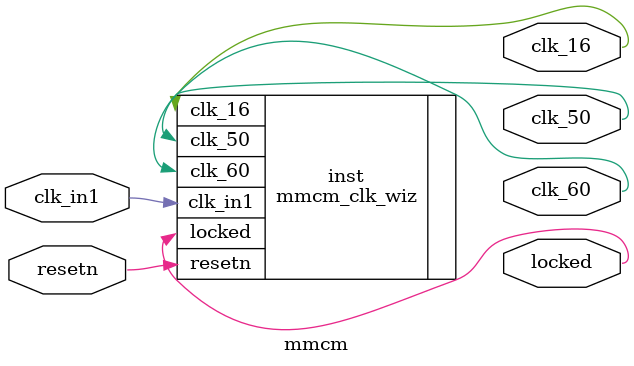
<source format=v>


`timescale 1ps/1ps

(* CORE_GENERATION_INFO = "mmcm,clk_wiz_v6_0_4_0_0,{component_name=mmcm,use_phase_alignment=true,use_min_o_jitter=false,use_max_i_jitter=false,use_dyn_phase_shift=false,use_inclk_switchover=false,use_dyn_reconfig=false,enable_axi=0,feedback_source=FDBK_AUTO,PRIMITIVE=MMCM,num_out_clk=3,clkin1_period=20.000,clkin2_period=10.0,use_power_down=false,use_reset=true,use_locked=true,use_inclk_stopped=false,feedback_type=SINGLE,CLOCK_MGR_TYPE=NA,manual_override=false}" *)

module mmcm 
 (
  // Clock out ports
  output        clk_16,
  output        clk_60,
  output        clk_50,
  // Status and control signals
  input         resetn,
  output        locked,
 // Clock in ports
  input         clk_in1
 );

  mmcm_clk_wiz inst
  (
  // Clock out ports  
  .clk_16(clk_16),
  .clk_60(clk_60),
  .clk_50(clk_50),
  // Status and control signals               
  .resetn(resetn), 
  .locked(locked),
 // Clock in ports
  .clk_in1(clk_in1)
  );

endmodule

</source>
